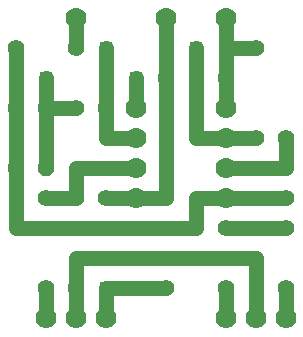
<source format=gbl>
G75*
%MOIN*%
%OFA0B0*%
%FSLAX25Y25*%
%IPPOS*%
%LPD*%
%AMOC8*
5,1,8,0,0,1.08239X$1,22.5*
%
%ADD10C,0.05543*%
%ADD11OC8,0.05200*%
%ADD12C,0.07000*%
%ADD13C,0.05000*%
%ADD14R,0.03962X0.03962*%
D10*
X0084627Y0050337D03*
X0094627Y0050337D03*
X0124627Y0050337D03*
X0144627Y0050337D03*
X0164627Y0050337D03*
X0164627Y0070337D03*
X0164627Y0080337D03*
X0144627Y0070337D03*
X0104627Y0080337D03*
X0094627Y0080337D03*
X0084627Y0080337D03*
X0094627Y0110337D03*
X0104627Y0110337D03*
X0124627Y0120337D03*
X0144627Y0120337D03*
X0154627Y0130337D03*
X0154627Y0100337D03*
X0164627Y0100337D03*
X0094627Y0130337D03*
X0074627Y0130337D03*
D11*
X0074627Y0110337D03*
X0084627Y0110337D03*
X0084627Y0090337D03*
X0074627Y0090337D03*
D12*
X0084627Y0040337D03*
X0094627Y0040337D03*
X0104627Y0040337D03*
X0144627Y0040337D03*
X0154627Y0040337D03*
X0164627Y0040337D03*
X0144627Y0080337D03*
X0144627Y0090337D03*
X0144627Y0100337D03*
X0144627Y0110337D03*
X0114627Y0110337D03*
X0114627Y0100337D03*
X0114627Y0090337D03*
X0114627Y0080337D03*
X0124627Y0140337D03*
X0144627Y0140337D03*
X0094627Y0140337D03*
D13*
X0094627Y0130337D01*
X0104627Y0130337D02*
X0104627Y0110337D01*
X0104627Y0100337D01*
X0114627Y0100337D01*
X0114627Y0090337D02*
X0094627Y0090337D01*
X0094627Y0080337D01*
X0084627Y0080337D01*
X0074627Y0090337D02*
X0074627Y0070337D01*
X0134627Y0070337D01*
X0134627Y0080337D01*
X0144627Y0080337D01*
X0164627Y0080337D01*
X0164627Y0070337D02*
X0154627Y0070337D01*
X0144627Y0070337D01*
X0154627Y0060337D02*
X0154627Y0040337D01*
X0144627Y0040337D02*
X0144627Y0050337D01*
X0154627Y0060337D02*
X0094627Y0060337D01*
X0094627Y0040337D01*
X0094627Y0050337D01*
X0104627Y0050337D02*
X0104627Y0040337D01*
X0104627Y0050337D02*
X0124627Y0050337D01*
X0164627Y0050337D02*
X0164627Y0040337D01*
X0124627Y0080337D02*
X0114627Y0080337D01*
X0104627Y0080337D01*
X0084627Y0090337D02*
X0084627Y0110337D01*
X0094627Y0110337D01*
X0084627Y0110337D02*
X0084627Y0120337D01*
X0074627Y0110337D02*
X0074627Y0090337D01*
X0074627Y0110337D02*
X0074627Y0130337D01*
X0114627Y0120337D02*
X0114627Y0110337D01*
X0124627Y0120337D02*
X0124627Y0080337D01*
X0144627Y0090337D02*
X0154627Y0090337D01*
X0164627Y0090337D01*
X0164627Y0100337D01*
X0154627Y0100337D02*
X0144627Y0100337D01*
X0134627Y0100337D01*
X0134627Y0130337D01*
X0144627Y0130337D02*
X0144627Y0120337D01*
X0144627Y0140337D01*
X0144627Y0130337D02*
X0154627Y0130337D01*
X0144627Y0120337D02*
X0144627Y0110337D01*
X0124627Y0120337D02*
X0124627Y0140337D01*
X0084627Y0050337D02*
X0084627Y0040337D01*
D14*
X0104627Y0050337D03*
X0154627Y0070337D03*
X0154627Y0090337D03*
X0114627Y0120337D03*
X0104627Y0130337D03*
X0084627Y0120337D03*
X0134627Y0130337D03*
M02*

</source>
